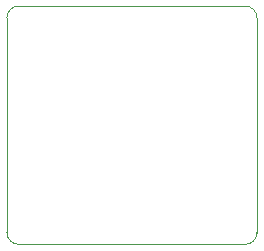
<source format=gbr>
%TF.GenerationSoftware,KiCad,Pcbnew,7.0.8*%
%TF.CreationDate,2024-10-17T19:18:06-04:00*%
%TF.ProjectId,SPIBreakout,53504942-7265-4616-9b6f-75742e6b6963,rev?*%
%TF.SameCoordinates,Original*%
%TF.FileFunction,Profile,NP*%
%FSLAX46Y46*%
G04 Gerber Fmt 4.6, Leading zero omitted, Abs format (unit mm)*
G04 Created by KiCad (PCBNEW 7.0.8) date 2024-10-17 19:18:06*
%MOMM*%
%LPD*%
G01*
G04 APERTURE LIST*
%TA.AperFunction,Profile*%
%ADD10C,0.100000*%
%TD*%
G04 APERTURE END LIST*
D10*
X133050028Y-95960472D02*
G75*
G03*
X134049528Y-96960472I999972J-28D01*
G01*
X153219528Y-96969500D02*
G75*
G03*
X154220000Y-95969528I472J1000000D01*
G01*
X154220000Y-95969528D02*
X154220000Y-77790000D01*
X134049528Y-96960472D02*
X153219528Y-96969527D01*
X133050000Y-77790000D02*
X133050000Y-95960472D01*
X134050000Y-76790000D02*
G75*
G03*
X133050000Y-77790000I-1J-999999D01*
G01*
X154220000Y-77790000D02*
G75*
G03*
X153220000Y-76790000I-1000000J0D01*
G01*
X153220000Y-76790000D02*
X134050000Y-76790000D01*
M02*

</source>
